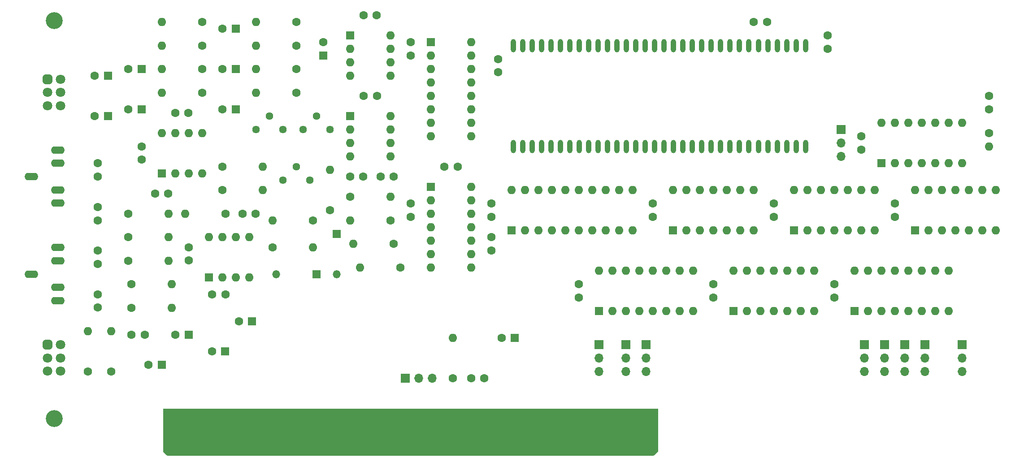
<source format=gbr>
G04 #@! TF.GenerationSoftware,KiCad,Pcbnew,(6.0.6)*
G04 #@! TF.CreationDate,2022-07-16T18:53:49+09:00*
G04 #@! TF.ProjectId,S1_FM_OPNA,53315f46-4d5f-44f5-904e-412e6b696361,0.1.4*
G04 #@! TF.SameCoordinates,PX22a3ad0PY8f85f18*
G04 #@! TF.FileFunction,Soldermask,Bot*
G04 #@! TF.FilePolarity,Negative*
%FSLAX46Y46*%
G04 Gerber Fmt 4.6, Leading zero omitted, Abs format (unit mm)*
G04 Created by KiCad (PCBNEW (6.0.6)) date 2022-07-16 18:53:49*
%MOMM*%
%LPD*%
G01*
G04 APERTURE LIST*
G04 Aperture macros list*
%AMRoundRect*
0 Rectangle with rounded corners*
0 $1 Rounding radius*
0 $2 $3 $4 $5 $6 $7 $8 $9 X,Y pos of 4 corners*
0 Add a 4 corners polygon primitive as box body*
4,1,4,$2,$3,$4,$5,$6,$7,$8,$9,$2,$3,0*
0 Add four circle primitives for the rounded corners*
1,1,$1+$1,$2,$3*
1,1,$1+$1,$4,$5*
1,1,$1+$1,$6,$7*
1,1,$1+$1,$8,$9*
0 Add four rect primitives between the rounded corners*
20,1,$1+$1,$2,$3,$4,$5,0*
20,1,$1+$1,$4,$5,$6,$7,0*
20,1,$1+$1,$6,$7,$8,$9,0*
20,1,$1+$1,$8,$9,$2,$3,0*%
G04 Aperture macros list end*
%ADD10O,2.600000X1.400000*%
%ADD11R,1.700000X1.700000*%
%ADD12O,1.700000X1.700000*%
%ADD13C,3.200000*%
%ADD14R,1.600000X1.600000*%
%ADD15C,1.600000*%
%ADD16R,1.500000X1.500000*%
%ADD17O,1.500000X1.500000*%
%ADD18C,1.440000*%
%ADD19O,1.600000X1.600000*%
%ADD20O,1.000000X2.540000*%
%ADD21RoundRect,0.450000X0.450000X0.450000X-0.450000X0.450000X-0.450000X-0.450000X0.450000X-0.450000X0*%
%ADD22C,1.800000*%
G04 APERTURE END LIST*
D10*
X2540000Y52705000D03*
X7540000Y47705000D03*
X7540000Y50205000D03*
X7540000Y57705000D03*
X7540000Y55205000D03*
D11*
X118618000Y20955000D03*
D12*
X118618000Y18415000D03*
X118618000Y15875000D03*
D13*
X6858000Y6985000D03*
D14*
X39155380Y19685000D03*
D15*
X36655380Y19685000D03*
X90678000Y74930000D03*
X90678000Y72430000D03*
D14*
X23368000Y65405000D03*
D15*
X20868000Y65405000D03*
D16*
X56388000Y34290000D03*
D17*
X48768000Y34290000D03*
D18*
X55118000Y52070000D03*
X52578000Y54610000D03*
X50038000Y52070000D03*
D15*
X38608000Y50165000D03*
D19*
X46228000Y50165000D03*
D15*
X34798000Y73025000D03*
D19*
X27178000Y73025000D03*
D10*
X2540000Y34290000D03*
X7540000Y29290000D03*
X7540000Y31790000D03*
X7540000Y39290000D03*
X7540000Y36790000D03*
D14*
X157988000Y27305000D03*
D19*
X160528000Y27305000D03*
X163068000Y27305000D03*
X165608000Y27305000D03*
X168148000Y27305000D03*
X170688000Y27305000D03*
X173228000Y27305000D03*
X175768000Y27305000D03*
X175768000Y34925000D03*
X173228000Y34925000D03*
X170688000Y34925000D03*
X168148000Y34925000D03*
X165608000Y34925000D03*
X163068000Y34925000D03*
X160528000Y34925000D03*
X157988000Y34925000D03*
D11*
X178308000Y20955000D03*
D12*
X178308000Y18415000D03*
X178308000Y15875000D03*
D13*
X6858000Y82169000D03*
D15*
X62738000Y48895000D03*
D19*
X70358000Y48895000D03*
D15*
X25908000Y49530000D03*
X28408000Y49530000D03*
D14*
X93223000Y42555000D03*
D19*
X95763000Y42555000D03*
X98303000Y42555000D03*
X100843000Y42555000D03*
X103383000Y42555000D03*
X105923000Y42555000D03*
X108463000Y42555000D03*
X111003000Y42555000D03*
X113543000Y42555000D03*
X116083000Y42555000D03*
X116083000Y50175000D03*
X113543000Y50175000D03*
X111003000Y50175000D03*
X108463000Y50175000D03*
X105923000Y50175000D03*
X103383000Y50175000D03*
X100843000Y50175000D03*
X98303000Y50175000D03*
X95763000Y50175000D03*
X93223000Y50175000D03*
D15*
X17653000Y15875000D03*
D19*
X17653000Y23495000D03*
D15*
X183388000Y65405000D03*
X183388000Y67905000D03*
X52578000Y73025000D03*
D19*
X44958000Y73025000D03*
D11*
X159893000Y20955000D03*
D12*
X159893000Y18415000D03*
X159893000Y15875000D03*
D20*
X93568000Y58420000D03*
X95348000Y58420000D03*
X97128000Y58420000D03*
X98908000Y58420000D03*
X100688000Y58420000D03*
X102468000Y58420000D03*
X104248000Y58420000D03*
X106028000Y58420000D03*
X107808000Y58420000D03*
X109588000Y58420000D03*
X111368000Y58420000D03*
X113148000Y58420000D03*
X114928000Y58420000D03*
X116708000Y58420000D03*
X118488000Y58420000D03*
X120268000Y58420000D03*
X122048000Y58420000D03*
X123828000Y58420000D03*
X125608000Y58420000D03*
X127388000Y58420000D03*
X129168000Y58420000D03*
X130948000Y58420000D03*
X132728000Y58420000D03*
X134508000Y58420000D03*
X136288000Y58420000D03*
X138068000Y58420000D03*
X139848000Y58420000D03*
X141628000Y58420000D03*
X143408000Y58420000D03*
X145188000Y58420000D03*
X146968000Y58420000D03*
X148748000Y58420000D03*
X148748000Y77470000D03*
X146968000Y77470000D03*
X145188000Y77470000D03*
X143408000Y77470000D03*
X141628000Y77470000D03*
X139848000Y77470000D03*
X138068000Y77470000D03*
X136288000Y77470000D03*
X134508000Y77470000D03*
X132728000Y77470000D03*
X130948000Y77470000D03*
X129168000Y77470000D03*
X127388000Y77470000D03*
X125608000Y77470000D03*
X123828000Y77470000D03*
X122048000Y77470000D03*
X120268000Y77470000D03*
X118488000Y77470000D03*
X116708000Y77470000D03*
X114928000Y77470000D03*
X113148000Y77470000D03*
X111368000Y77470000D03*
X109588000Y77470000D03*
X107808000Y77470000D03*
X106028000Y77470000D03*
X104248000Y77470000D03*
X102468000Y77470000D03*
X100688000Y77470000D03*
X98908000Y77470000D03*
X97128000Y77470000D03*
X95348000Y77470000D03*
X93568000Y77470000D03*
D15*
X21463000Y32385000D03*
D19*
X29083000Y32385000D03*
D15*
X52578000Y68580000D03*
D19*
X44958000Y68580000D03*
D11*
X109728000Y20955000D03*
D12*
X109728000Y18415000D03*
X109728000Y15875000D03*
D15*
X52563000Y77470000D03*
D19*
X44943000Y77470000D03*
D14*
X77978000Y50800000D03*
D19*
X77978000Y48260000D03*
X77978000Y45720000D03*
X77978000Y43180000D03*
X77978000Y40640000D03*
X77978000Y38100000D03*
X77978000Y35560000D03*
X85598000Y35560000D03*
X85598000Y38100000D03*
X85598000Y40640000D03*
X85598000Y43180000D03*
X85598000Y45720000D03*
X85598000Y48260000D03*
X85598000Y50800000D03*
D14*
X17018000Y64135000D03*
D15*
X14518000Y64135000D03*
D14*
X32258000Y22860000D03*
D15*
X29758000Y22860000D03*
X15113000Y38735000D03*
X15113000Y36235000D03*
D14*
X57658000Y75565000D03*
D15*
X57658000Y78065000D03*
X15113000Y52705000D03*
X15113000Y55205000D03*
X48133000Y39370000D03*
D19*
X55753000Y39370000D03*
D14*
X146558000Y42545000D03*
D19*
X149098000Y42545000D03*
X151638000Y42545000D03*
X154178000Y42545000D03*
X156718000Y42545000D03*
X159258000Y42545000D03*
X161798000Y42545000D03*
X161798000Y50165000D03*
X159258000Y50165000D03*
X156718000Y50165000D03*
X154178000Y50165000D03*
X151638000Y50165000D03*
X149098000Y50165000D03*
X146558000Y50165000D03*
D15*
X15113000Y44450000D03*
X15113000Y46950000D03*
X105918000Y32385000D03*
X105918000Y29885000D03*
X183388000Y60960000D03*
D19*
X183388000Y58420000D03*
D15*
X67778000Y83185000D03*
X65278000Y83185000D03*
D14*
X163068000Y55245000D03*
D19*
X165608000Y55245000D03*
X168148000Y55245000D03*
X170688000Y55245000D03*
X173228000Y55245000D03*
X175768000Y55245000D03*
X178308000Y55245000D03*
X178308000Y62865000D03*
X175768000Y62865000D03*
X173228000Y62865000D03*
X170688000Y62865000D03*
X168148000Y62865000D03*
X165608000Y62865000D03*
X163068000Y62865000D03*
D14*
X109728000Y27305000D03*
D19*
X112268000Y27305000D03*
X114808000Y27305000D03*
X117348000Y27305000D03*
X119888000Y27305000D03*
X122428000Y27305000D03*
X124968000Y27305000D03*
X127508000Y27305000D03*
X127508000Y34925000D03*
X124968000Y34925000D03*
X122428000Y34925000D03*
X119888000Y34925000D03*
X117348000Y34925000D03*
X114808000Y34925000D03*
X112268000Y34925000D03*
X109728000Y34925000D03*
D15*
X42418000Y45720000D03*
X44918000Y45720000D03*
X62738000Y52705000D03*
X65238000Y52705000D03*
D14*
X123698000Y42545000D03*
D19*
X126238000Y42545000D03*
X128778000Y42545000D03*
X131318000Y42545000D03*
X133858000Y42545000D03*
X136398000Y42545000D03*
X138938000Y42545000D03*
X138938000Y50165000D03*
X136398000Y50165000D03*
X133858000Y50165000D03*
X131318000Y50165000D03*
X128778000Y50165000D03*
X126238000Y50165000D03*
X123698000Y50165000D03*
D11*
X171323000Y20955000D03*
D12*
X171323000Y18415000D03*
X171323000Y15875000D03*
D14*
X62738000Y64135000D03*
D19*
X62738000Y61595000D03*
X62738000Y59055000D03*
X62738000Y56515000D03*
X70358000Y56515000D03*
X70358000Y59055000D03*
X70358000Y61595000D03*
X70358000Y64135000D03*
D14*
X41148000Y80645000D03*
D15*
X38648000Y80645000D03*
D14*
X77978000Y78105000D03*
D19*
X77978000Y75565000D03*
X77978000Y73025000D03*
X77978000Y70485000D03*
X77978000Y67945000D03*
X77978000Y65405000D03*
X77978000Y62865000D03*
X77978000Y60325000D03*
X85598000Y60325000D03*
X85598000Y62865000D03*
X85598000Y65405000D03*
X85598000Y67945000D03*
X85598000Y70485000D03*
X85598000Y73025000D03*
X85598000Y75565000D03*
X85598000Y78105000D03*
D11*
X167513000Y20955000D03*
D12*
X167513000Y18415000D03*
X167513000Y15875000D03*
D15*
X34798000Y68580000D03*
D19*
X27178000Y68580000D03*
D15*
X85598000Y14605000D03*
X88098000Y14605000D03*
X39243000Y45720000D03*
D19*
X31623000Y45720000D03*
D15*
X34798000Y77470000D03*
D19*
X27178000Y77470000D03*
D11*
X163703000Y20955000D03*
D12*
X163703000Y18415000D03*
X163703000Y15875000D03*
D15*
X83058000Y54610000D03*
X80558000Y54610000D03*
X131318000Y32385000D03*
X131318000Y29885000D03*
D14*
X135128000Y27305000D03*
D19*
X137668000Y27305000D03*
X140208000Y27305000D03*
X142748000Y27305000D03*
X145288000Y27305000D03*
X147828000Y27305000D03*
X150368000Y27305000D03*
X150368000Y34925000D03*
X147828000Y34925000D03*
X145288000Y34925000D03*
X142748000Y34925000D03*
X140208000Y34925000D03*
X137668000Y34925000D03*
X135128000Y34925000D03*
D15*
X23368000Y58420000D03*
X23368000Y55920000D03*
D14*
X17018000Y71755000D03*
D15*
X14518000Y71755000D03*
X20828000Y41275000D03*
D19*
X28448000Y41275000D03*
D15*
X159258000Y60325000D03*
X159258000Y57825000D03*
X70993000Y52705000D03*
X68493000Y52705000D03*
D11*
X155448000Y61570000D03*
D12*
X155448000Y59030000D03*
X155448000Y56490000D03*
D15*
X154178000Y32385000D03*
X154178000Y29885000D03*
D14*
X23368000Y73025000D03*
D15*
X20868000Y73025000D03*
D16*
X60198000Y41910000D03*
D17*
X60198000Y34290000D03*
D15*
X52578000Y81915000D03*
D19*
X44958000Y81915000D03*
D14*
X27178000Y17145000D03*
D15*
X24678000Y17145000D03*
X34798000Y81915000D03*
D19*
X27178000Y81915000D03*
D15*
X165608000Y47625000D03*
X165608000Y45125000D03*
X67818000Y67945000D03*
X65318000Y67945000D03*
X152908000Y79375000D03*
X152908000Y76875000D03*
X38608000Y54610000D03*
D19*
X46228000Y54610000D03*
D14*
X44235380Y25400000D03*
D15*
X41735380Y25400000D03*
D14*
X27178000Y53340000D03*
D19*
X29718000Y53340000D03*
X32258000Y53340000D03*
X34798000Y53340000D03*
X34798000Y60960000D03*
X32258000Y60960000D03*
X29718000Y60960000D03*
X27178000Y60960000D03*
D15*
X119888000Y47625000D03*
X119888000Y45125000D03*
X74168000Y78105000D03*
X74168000Y75605000D03*
D11*
X73152000Y14605000D03*
D12*
X75692000Y14605000D03*
X78232000Y14605000D03*
D14*
X93853000Y22225000D03*
D15*
X91353000Y22225000D03*
X142748000Y47625000D03*
X142748000Y45125000D03*
D21*
X5588000Y71120000D03*
D22*
X5588000Y68620000D03*
X5588000Y66120000D03*
X8088000Y71120000D03*
X8088000Y68620000D03*
X8088000Y66120000D03*
D15*
X58928000Y46355000D03*
D19*
X58928000Y53975000D03*
D14*
X41148000Y73025000D03*
D15*
X38648000Y73025000D03*
X29718000Y64770000D03*
X32218000Y64770000D03*
X13208000Y15875000D03*
D19*
X13208000Y23495000D03*
D14*
X169418000Y42545000D03*
D19*
X171958000Y42545000D03*
X174498000Y42545000D03*
X177038000Y42545000D03*
X179578000Y42545000D03*
X182118000Y42545000D03*
X184658000Y42545000D03*
X184658000Y50165000D03*
X182118000Y50165000D03*
X179578000Y50165000D03*
X177038000Y50165000D03*
X174498000Y50165000D03*
X171958000Y50165000D03*
X169418000Y50165000D03*
D15*
X72263000Y35560000D03*
D19*
X64643000Y35560000D03*
D11*
X114808000Y20955000D03*
D12*
X114808000Y18415000D03*
X114808000Y15875000D03*
D15*
X21463000Y27940000D03*
D19*
X29083000Y27940000D03*
D14*
X62738000Y79375000D03*
D19*
X62738000Y76835000D03*
X62738000Y74295000D03*
X62738000Y71755000D03*
X70358000Y71755000D03*
X70358000Y74295000D03*
X70358000Y76835000D03*
X70358000Y79375000D03*
D15*
X55753000Y44450000D03*
D19*
X48133000Y44450000D03*
D15*
X20828000Y36830000D03*
D19*
X28448000Y36830000D03*
D15*
X15113000Y30480000D03*
X15113000Y27980000D03*
X74168000Y47625000D03*
X74168000Y45125000D03*
X32258000Y39370000D03*
X32258000Y36870000D03*
D21*
X5588000Y20955000D03*
D22*
X5588000Y18455000D03*
X5588000Y15955000D03*
X8088000Y20955000D03*
X8088000Y18455000D03*
X8088000Y15955000D03*
D14*
X41148000Y65405000D03*
D15*
X38648000Y65405000D03*
X70993000Y40005000D03*
D19*
X63373000Y40005000D03*
D15*
X70358000Y44450000D03*
D19*
X62738000Y44450000D03*
D18*
X50038000Y61595000D03*
X47498000Y64135000D03*
X44958000Y61595000D03*
X58928000Y61595000D03*
X56388000Y64135000D03*
X53848000Y61595000D03*
D15*
X82169000Y14605000D03*
D19*
X82169000Y22225000D03*
D15*
X89408000Y41275000D03*
X89408000Y38775000D03*
X21463000Y22860000D03*
X23963000Y22860000D03*
X36703000Y30480000D03*
X39203000Y30480000D03*
X89408000Y47625000D03*
X89408000Y45125000D03*
X20828000Y45720000D03*
D19*
X28448000Y45720000D03*
D15*
X141478000Y81915000D03*
X138978000Y81915000D03*
D14*
X36068000Y33655000D03*
D19*
X38608000Y33655000D03*
X41148000Y33655000D03*
X43688000Y33655000D03*
X43688000Y41275000D03*
X41148000Y41275000D03*
X38608000Y41275000D03*
X36068000Y41275000D03*
G36*
X120846121Y8869998D02*
G01*
X120892614Y8816342D01*
X120904000Y8764000D01*
X120904000Y814190D01*
X120883998Y746069D01*
X120867095Y725095D01*
X120178905Y36905D01*
X120116593Y2879D01*
X120089810Y0D01*
X28246190Y0D01*
X28178069Y20002D01*
X28157095Y36905D01*
X27468905Y725095D01*
X27434879Y787407D01*
X27432000Y814190D01*
X27432000Y8764000D01*
X27452002Y8832121D01*
X27505658Y8878614D01*
X27558000Y8890000D01*
X120778000Y8890000D01*
X120846121Y8869998D01*
G37*
M02*

</source>
